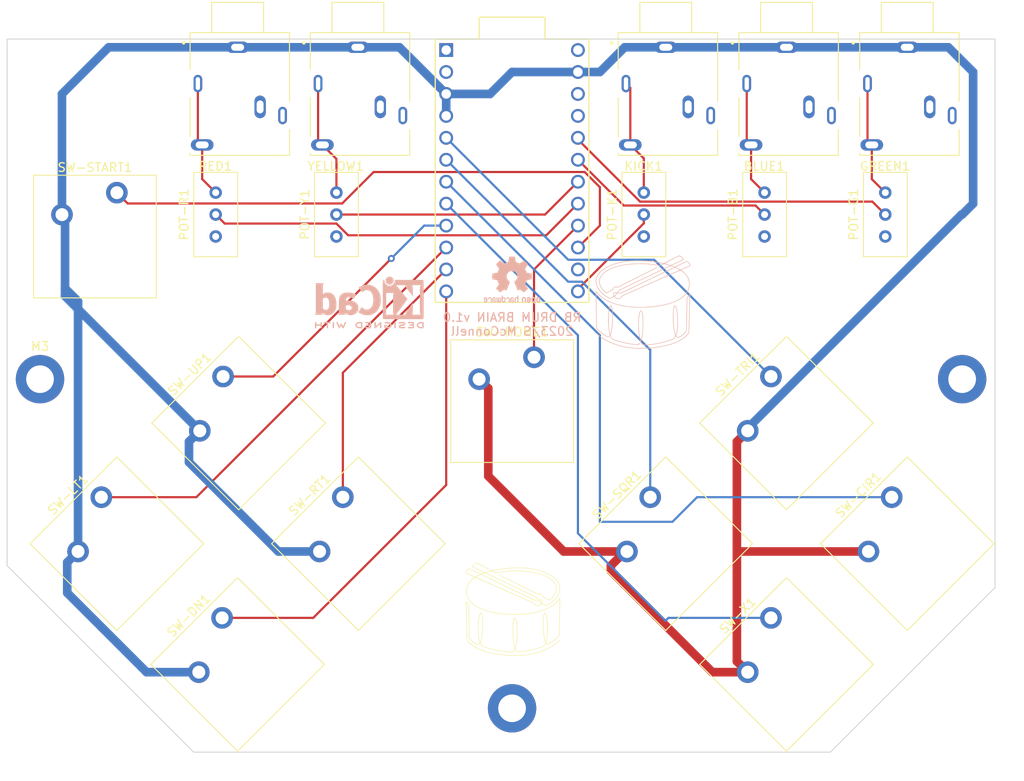
<source format=kicad_pcb>
(kicad_pcb (version 20211014) (generator pcbnew)
  (layers (0 "F.Cu" signal) (31 "B.Cu" signal) (34 "B.Paste" user) (35 "F.Paste" user) (36 "B.SilkS" user "B.Silkscreen") (37 "F.SilkS" user "F.Silkscreen") (38 "B.Mask" user) (39 "F.Mask" user) (44 "Edge.Cuts" user))
  (net 0 "")
  (net 1 "Earth")
  (net 2 "Net-(SW-CIR1-Pad2)")
  (net 3 "Net-(SW-DN1-Pad2)")
  (net 4 "Net-(SW-HOME1-Pad2)")
  (net 5 "Net-(SW-LT1-Pad2)")
  (net 6 "Net-(SW-RT1-Pad2)")
  (net 7 "Net-(SW-SQR1-Pad2)")
  (net 8 "Net-(SW-START1-Pad2)")
  (net 9 "Net-(SW-TRI1-Pad2)")
  (net 10 "Net-(SW-UP1-Pad2)")
  (net 11 "Net-(SW-X1-Pad2)")
  (net 19 "Net-(BLUE1-Pad4)")
  (net 22 "Net-(GREEN1-Pad4)")
  (net 25 "Net-(KICK1-Pad4)")
  (net 26 "Net-(POT-B1-Pad2)")
  (net 28 "Net-(POT-G1-Pad2)")
  (net 30 "Net-(POT-K1-Pad2)")
  (net 32 "Net-(RED1-Pad4)")
  (net 33 "Net-(POT-R1-Pad2)")
  (net 35 "Net-(YELLOW1-Pad4)")
  (net 36 "Net-(POT-Y1-Pad2)")
  (footprint "OneDrive Footprints:WENZHOU_PJ324M" (layer "F.Cu") (at 179.07 66.04)
    (fp_text reference "BLUE1" (at -2.575 8.365) (layer "F.SilkS"))
    (fp_text value "PJ324M")
    (pad "1" thru_hole oval locked (at 0 -5.4) (size 2.616 1.308) (drill oval 1.5 0.8) (layers *.Cu *.Mask) (net 1 "Earth"))
    (pad "2" thru_hole oval locked (at 5.2 2.5) (size 1.008 2.016) (drill oval 0.5 1.5) (layers *.Cu *.Mask))
    (pad "3" thru_hole oval locked (at 2.6 1.5) (size 1.308 2.616) (drill oval 0.8 1.5) (layers *.Cu *.Mask))
    (pad "4" thru_hole oval locked (at -4.1 5.9) (size 2.616 1.308) (drill oval 1.5 0.8) (layers *.Cu *.Mask) (net 19 "Net-(BLUE1-Pad4)"))
    (pad "5" thru_hole oval locked (at -4.6 -1.2) (size 1.008 2.016) (drill oval 0.5 1.5) (layers *.Cu *.Mask) (net 19 "Net-(BLUE1-Pad4)"))
  )
  (footprint "Switch_Keyboard_Cherry_MX:SW_Cherry_MX_PCB_1.00u" (layer "F.Cu") (at 101.6 118.11 45)
    (fp_text reference "SW-LT1" (at 0 -8 45) (layer "F.SilkS"))
    (fp_text value "SW_Push")
    (pad "" np_thru_hole circle locked (at -5.08 0 45) (size 1.75 1.75) (drill 1.75) (layers *.Cu *.Mask))
    (pad "" np_thru_hole circle locked (at 5.08 0 45) (size 1.75 1.75) (drill 1.75) (layers *.Cu *.Mask))
    (pad "" np_thru_hole circle locked (at 0 0 45) (size 4 4) (drill 4) (layers *.Cu *.Mask))
    (pad "1" thru_hole circle locked (at -3.81 -2.54 45) (size 2.5 2.5) (drill 1.5) (layers *.Cu *.Mask) (net 1 "Earth"))
    (pad "2" thru_hole circle locked (at 2.54 -5.08 45) (size 2.5 2.5) (drill 1.5) (layers *.Cu *.Mask) (net 5 "Net-(SW-LT1-Pad2)"))
  )
  (footprint "Switch_Keyboard_Cherry_MX:SW_Cherry_MX_PCB_1.00u" (layer "F.Cu") (at 129.54 118.11 45)
    (fp_text reference "SW-RT1" (at 0 -8 45) (layer "F.SilkS"))
    (fp_text value "SW_Push")
    (pad "" np_thru_hole circle locked (at 0 0 45) (size 4 4) (drill 4) (layers *.Cu *.Mask))
    (pad "" np_thru_hole circle locked (at -5.08 0 45) (size 1.75 1.75) (drill 1.75) (layers *.Cu *.Mask))
    (pad "" np_thru_hole circle locked (at 5.08 0 45) (size 1.75 1.75) (drill 1.75) (layers *.Cu *.Mask))
    (pad "1" thru_hole circle locked (at -3.81 -2.54 45) (size 2.5 2.5) (drill 1.5) (layers *.Cu *.Mask) (net 1 "Earth"))
    (pad "2" thru_hole circle locked (at 2.54 -5.08 45) (size 2.5 2.5) (drill 1.5) (layers *.Cu *.Mask) (net 6 "Net-(SW-RT1-Pad2)"))
  )
  (footprint "" (layer "F.Cu") (at 147.32 137.16)
    (fp_text reference "" (at 0 0) (layer "F.SilkS") (effects (font (size 1.27 1.27))))
    (fp_text value "" (at 0 0) (layer "F.SilkS") (effects (font (size 1.27 1.27))))
    (pad "1" thru_hole circle (at 0 0) (size 5.6 5.6) (drill 3.2) (layers *.Cu *.Mask))
  )
  (footprint "Switch_Keyboard_Cherry_MX:SW_Cherry_MX_PCB_1.00u" (layer "F.Cu") (at 165.1 118.11 45)
    (fp_text reference "SW-SQR1" (at 0 -8 45) (layer "F.SilkS"))
    (fp_text value "SW_Push")
    (pad "" np_thru_hole circle locked (at 0 0 45) (size 4 4) (drill 4) (layers *.Cu *.Mask))
    (pad "" np_thru_hole circle locked (at 5.08 0 45) (size 1.75 1.75) (drill 1.75) (layers *.Cu *.Mask))
    (pad "" np_thru_hole circle locked (at -5.08 0 45) (size 1.75 1.75) (drill 1.75) (layers *.Cu *.Mask))
    (pad "1" thru_hole circle locked (at -3.81 -2.54 45) (size 2.5 2.5) (drill 1.5) (layers *.Cu *.Mask) (net 1 "Earth"))
    (pad "2" thru_hole circle locked (at 2.54 -5.08 45) (size 2.5 2.5) (drill 1.5) (layers *.Cu *.Mask) (net 7 "Net-(SW-SQR1-Pad2)"))
  )
  (footprint "Switch_Keyboard_Cherry_MX:SW_Cherry_MX_PCB_1.00u" (layer "F.Cu") (at 179.07 132.08 45)
    (fp_text reference "SW-X1" (at 0 -8 45) (layer "F.SilkS"))
    (fp_text value "SW_Push")
    (pad "" np_thru_hole circle locked (at 0 0 45) (size 4 4) (drill 4) (layers *.Cu *.Mask))
    (pad "" np_thru_hole circle locked (at 5.08 0 45) (size 1.75 1.75) (drill 1.75) (layers *.Cu *.Mask))
    (pad "" np_thru_hole circle locked (at -5.08 0 45) (size 1.75 1.75) (drill 1.75) (layers *.Cu *.Mask))
    (pad "1" thru_hole circle locked (at -3.81 -2.54 45) (size 2.5 2.5) (drill 1.5) (layers *.Cu *.Mask) (net 1 "Earth"))
    (pad "2" thru_hole circle locked (at 2.54 -5.08 45) (size 2.5 2.5) (drill 1.5) (layers *.Cu *.Mask) (net 11 "Net-(SW-X1-Pad2)"))
  )
  (footprint "Switch_Keyboard_Cherry_MX:SW_Cherry_MX_PCB_1.00u" (layer "F.Cu") (at 99.06 82.55)
    (fp_text reference "SW-START1" (at 0 -8) (layer "F.SilkS"))
    (fp_text value "SW_Push")
    (pad "" np_thru_hole circle locked (at -5.08 0) (size 1.75 1.75) (drill 1.75) (layers *.Cu *.Mask))
    (pad "" np_thru_hole circle locked (at 0 0) (size 4 4) (drill 4) (layers *.Cu *.Mask))
    (pad "" np_thru_hole circle locked (at 5.08 0) (size 1.75 1.75) (drill 1.75) (layers *.Cu *.Mask))
    (pad "1" thru_hole circle locked (at -3.81 -2.54) (size 2.5 2.5) (drill 1.5) (layers *.Cu *.Mask) (net 1 "Earth"))
    (pad "2" thru_hole circle locked (at 2.54 -5.08) (size 2.5 2.5) (drill 1.5) (layers *.Cu *.Mask) (net 8 "Net-(SW-START1-Pad2)"))
  )
  (footprint "OneDrive Footprints:WENZHOU_PJ324M" (layer "F.Cu") (at 165.1 66.04)
    (fp_text reference "KICK1" (at -2.575 8.365) (layer "F.SilkS"))
    (fp_text value "PJ324M")
    (pad "1" thru_hole oval locked (at 0 -5.4) (size 2.616 1.308) (drill oval 1.5 0.8) (layers *.Cu *.Mask) (net 1 "Earth"))
    (pad "2" thru_hole oval locked (at 5.2 2.5) (size 1.008 2.016) (drill oval 0.5 1.5) (layers *.Cu *.Mask))
    (pad "3" thru_hole oval locked (at 2.6 1.5) (size 1.308 2.616) (drill oval 0.8 1.5) (layers *.Cu *.Mask))
    (pad "4" thru_hole oval locked (at -4.1 5.9) (size 2.616 1.308) (drill oval 1.5 0.8) (layers *.Cu *.Mask) (net 25 "Net-(KICK1-Pad4)"))
    (pad "5" thru_hole oval locked (at -4.6 -1.2) (size 1.008 2.016) (drill oval 0.5 1.5) (layers *.Cu *.Mask) (net 25 "Net-(KICK1-Pad4)"))
  )
  (footprint "OneDrive Footprints:WENZHOU_PJ324M" (layer "F.Cu") (at 193.04 66.04)
    (fp_text reference "GREEN1" (at -2.575 8.365) (layer "F.SilkS"))
    (fp_text value "PJ324M")
    (pad "1" thru_hole oval locked (at 0 -5.4) (size 2.616 1.308) (drill oval 1.5 0.8) (layers *.Cu *.Mask) (net 1 "Earth"))
    (pad "2" thru_hole oval locked (at 5.2 2.5) (size 1.008 2.016) (drill oval 0.5 1.5) (layers *.Cu *.Mask))
    (pad "3" thru_hole oval locked (at 2.6 1.5) (size 1.308 2.616) (drill oval 0.8 1.5) (layers *.Cu *.Mask))
    (pad "4" thru_hole oval locked (at -4.1 5.9) (size 2.616 1.308) (drill oval 1.5 0.8) (layers *.Cu *.Mask) (net 22 "Net-(GREEN1-Pad4)"))
    (pad "5" thru_hole oval locked (at -4.6 -1.2) (size 1.008 2.016) (drill oval 0.5 1.5) (layers *.Cu *.Mask) (net 22 "Net-(GREEN1-Pad4)"))
  )
  (footprint "MountingHole:MountingHole_3.2mm_M3_DIN965_Pad" (layer "F.Cu") (at 92.71 99.06)
    (fp_text reference "M3" (at 0 -3.8) (layer "F.SilkS"))
    (fp_text value "MountingHole_3.2mm_M3_DIN965_Pad" hide)
    (pad "1" thru_hole circle (at 0 0) (size 5.6 5.6) (drill 3.2) (layers *.Cu *.Mask))
  )
  (footprint "Switch_Keyboard_Cherry_MX:SW_Cherry_MX_PCB_1.00u" (layer "F.Cu") (at 115.685 104.14 45)
    (fp_text reference "SW-UP1" (at 0 -8 45) (layer "F.SilkS"))
    (fp_text value "SW_Push")
    (pad "" np_thru_hole circle locked (at -5.08 0 45) (size 1.75 1.75) (drill 1.75) (layers *.Cu *.Mask))
    (pad "" np_thru_hole circle locked (at 5.08 0 45) (size 1.75 1.75) (drill 1.75) (layers *.Cu *.Mask))
    (pad "" np_thru_hole circle locked (at 0 0 45) (size 4 4) (drill 4) (layers *.Cu *.Mask))
    (pad "1" thru_hole circle locked (at -3.81 -2.54 45) (size 2.5 2.5) (drill 1.5) (layers *.Cu *.Mask) (net 1 "Earth"))
    (pad "2" thru_hole circle locked (at 2.54 -5.08 45) (size 2.5 2.5) (drill 1.5) (layers *.Cu *.Mask) (net 10 "Net-(SW-UP1-Pad2)"))
  )
  (footprint "Switch_Keyboard_Cherry_MX:SW_Cherry_MX_PCB_1.00u" (layer "F.Cu") (at 115.57 132.08 45)
    (fp_text reference "SW-DN1" (at 0 -8 45) (layer "F.SilkS"))
    (fp_text value "SW_Push")
    (pad "" np_thru_hole circle locked (at -5.08 0 45) (size 1.75 1.75) (drill 1.75) (layers *.Cu *.Mask))
    (pad "" np_thru_hole circle locked (at 0 0 45) (size 4 4) (drill 4) (layers *.Cu *.Mask))
    (pad "" np_thru_hole circle locked (at 5.08 0 45) (size 1.75 1.75) (drill 1.75) (layers *.Cu *.Mask))
    (pad "1" thru_hole circle locked (at -3.81 -2.54 45) (size 2.5 2.5) (drill 1.5) (layers *.Cu *.Mask) (net 1 "Earth"))
    (pad "2" thru_hole circle locked (at 2.54 -5.08 45) (size 2.5 2.5) (drill 1.5) (layers *.Cu *.Mask) (net 3 "Net-(SW-DN1-Pad2)"))
  )
  (footprint "Potentiometer_THT:Potentiometer_Bourns_3296W_Vertical" (layer "F.Cu") (at 176.53 77.46 90)
    (fp_text reference "POT-B1" (at -2.54 -3.66 90) (layer "F.SilkS"))
    (fp_text value "R_Potentiometer_Trim_US")
    (pad "1" thru_hole circle (at 0 0 90) (size 1.44 1.44) (drill 0.8) (layers *.Cu *.Mask) (net 19 "Net-(BLUE1-Pad4)"))
    (pad "2" thru_hole circle (at -2.54 0 90) (size 1.44 1.44) (drill 0.8) (layers *.Cu *.Mask) (net 26 "Net-(POT-B1-Pad2)"))
    (pad "3" thru_hole circle (at -5.08 0 90) (size 1.44 1.44) (drill 0.8) (layers *.Cu *.Mask))
  )
  (footprint "Switch_Keyboard_Cherry_MX:SW_Cherry_MX_PCB_1.00u" (layer "F.Cu") (at 147.32 101.6)
    (fp_text reference "SW-HOME1" (at 0 -8) (layer "F.SilkS"))
    (fp_text value "SW_Push")
    (pad "" np_thru_hole circle locked (at 0 0) (size 4 4) (drill 4) (layers *.Cu *.Mask))
    (pad "" np_thru_hole circle locked (at -5.08 0) (size 1.75 1.75) (drill 1.75) (layers *.Cu *.Mask))
    (pad "" np_thru_hole circle locked (at 5.08 0) (size 1.75 1.75) (drill 1.75) (layers *.Cu *.Mask))
    (pad "1" thru_hole circle locked (at -3.81 -2.54) (size 2.5 2.5) (drill 1.5) (layers *.Cu *.Mask) (net 1 "Earth"))
    (pad "2" thru_hole circle locked (at 2.54 -5.08) (size 2.5 2.5) (drill 1.5) (layers *.Cu *.Mask) (net 4 "Net-(SW-HOME1-Pad2)"))
  )
  (footprint "Switch_Keyboard_Cherry_MX:SW_Cherry_MX_PCB_1.00u" (layer "F.Cu") (at 179.07 104.14 45)
    (fp_text reference "SW-TRI1" (at 0 -8 45) (layer "F.SilkS"))
    (fp_text value "SW_Push")
    (pad "" np_thru_hole circle locked (at 5.08 0 45) (size 1.75 1.75) (drill 1.75) (layers *.Cu *.Mask))
    (pad "" np_thru_hole circle locked (at 0 0 45) (size 4 4) (drill 4) (layers *.Cu *.Mask))
    (pad "" np_thru_hole circle locked (at -5.08 0 45) (size 1.75 1.75) (drill 1.75) (layers *.Cu *.Mask))
    (pad "1" thru_hole circle locked (at -3.81 -2.54 45) (size 2.5 2.5) (drill 1.5) (layers *.Cu *.Mask) (net 1 "Earth"))
    (pad "2" thru_hole circle locked (at 2.54 -5.08 45) (size 2.5 2.5) (drill 1.5) (layers *.Cu *.Mask) (net 9 "Net-(SW-TRI1-Pad2)"))
  )
  (footprint "Potentiometer_THT:Potentiometer_Bourns_3296W_Vertical" (layer "F.Cu") (at 190.5 77.46 90)
    (fp_text reference "POT-G1" (at -2.54 -3.66 90) (layer "F.SilkS"))
    (fp_text value "R_Potentiometer_Trim_US" hide)
    (pad "1" thru_hole circle (at 0 0 90) (size 1.44 1.44) (drill 0.8) (layers *.Cu *.Mask) (net 22 "Net-(GREEN1-Pad4)"))
    (pad "2" thru_hole circle (at -2.54 0 90) (size 1.44 1.44) (drill 0.8) (layers *.Cu *.Mask) (net 28 "Net-(POT-G1-Pad2)"))
    (pad "3" thru_hole circle (at -5.08 0 90) (size 1.44 1.44) (drill 0.8) (layers *.Cu *.Mask))
  )
  (footprint "Potentiometer_THT:Potentiometer_Bourns_3296W_Vertical" (layer "F.Cu") (at 162.56 77.46 90)
    (fp_text reference "POT-K1" (at -2.54 -3.66 90) (layer "F.SilkS"))
    (fp_text value "R_Potentiometer_Trim_US" hide)
    (pad "1" thru_hole circle (at 0 0 90) (size 1.44 1.44) (drill 0.8) (layers *.Cu *.Mask) (net 25 "Net-(KICK1-Pad4)"))
    (pad "2" thru_hole circle (at -2.54 0 90) (size 1.44 1.44) (drill 0.8) (layers *.Cu *.Mask) (net 30 "Net-(POT-K1-Pad2)"))
    (pad "3" thru_hole circle (at -5.08 0 90) (size 1.44 1.44) (drill 0.8) (layers *.Cu *.Mask))
  )
  (footprint "Potentiometer_THT:Potentiometer_Bourns_3296W_Vertical" (layer "F.Cu") (at 127 77.46 90)
    (fp_text reference "POT-Y1" (at -2.54 -3.66 90) (layer "F.SilkS"))
    (fp_text value "R_Potentiometer_Trim_US" hide)
    (pad "1" thru_hole circle (at 0 0 90) (size 1.44 1.44) (drill 0.8) (layers *.Cu *.Mask) (net 35 "Net-(YELLOW1-Pad4)"))
    (pad "2" thru_hole circle (at -2.54 0 90) (size 1.44 1.44) (drill 0.8) (layers *.Cu *.Mask) (net 36 "Net-(POT-Y1-Pad2)"))
    (pad "3" thru_hole circle (at -5.08 0 90) (size 1.44 1.44) (drill 0.8) (layers *.Cu *.Mask))
  )
  (footprint "" (layer "F.Cu") (at 199.39 99.06)
    (fp_text reference "" (at 0 0) (layer "F.SilkS") (effects (font (size 1.27 1.27))))
    (fp_text value "" (at 0 0) (layer "F.SilkS") (effects (font (size 1.27 1.27))))
    (pad "1" thru_hole circle (at 0 0) (size 5.6 5.6) (drill 3.2) (layers *.Cu *.Mask))
  )
  (footprint "Potentiometer_THT:Potentiometer_Bourns_3296W_Vertical" (layer "F.Cu") (at 113.03 77.46 90)
    (fp_text reference "POT-R1" (at -2.54 -3.66 90) (layer "F.SilkS"))
    (fp_text value "R_Potentiometer_Trim_US" hide)
    (pad "1" thru_hole circle (at 0 0 90) (size 1.44 1.44) (drill 0.8) (layers *.Cu *.Mask) (net 32 "Net-(RED1-Pad4)"))
    (pad "2" thru_hole circle (at -2.54 0 90) (size 1.44 1.44) (drill 0.8) (layers *.Cu *.Mask) (net 33 "Net-(POT-R1-Pad2)"))
    (pad "3" thru_hole circle (at -5.08 0 90) (size 1.44 1.44) (drill 0.8) (layers *.Cu *.Mask))
  )
  (footprint "OneDrive Footprints:gfx_drum" (layer "F.Cu") (at 147.32 125.73)
    (fp_text reference "G***" hide)
    (fp_text value "LOGO" hide)
  )
  (footprint "OneDrive Footprints:WENZHOU_PJ324M" (layer "F.Cu") (at 129.48 66.04)
    (fp_text reference "YELLOW1" (at -2.575 8.365) (layer "F.SilkS"))
    (fp_text value "PJ324M")
    (pad "1" thru_hole oval locked (at 0 -5.4) (size 2.616 1.308) (drill oval 1.5 0.8) (layers *.Cu *.Mask) (net 1 "Earth"))
    (pad "2" thru_hole oval locked (at 5.2 2.5) (size 1.008 2.016) (drill oval 0.5 1.5) (layers *.Cu *.Mask))
    (pad "3" thru_hole oval locked (at 2.6 1.5) (size 1.308 2.616) (drill oval 0.8 1.5) (layers *.Cu *.Mask))
    (pad "4" thru_hole oval locked (at -4.1 5.9) (size 2.616 1.308) (drill oval 1.5 0.8) (layers *.Cu *.Mask) (net 35 "Net-(YELLOW1-Pad4)"))
    (pad "5" thru_hole oval locked (at -4.6 -1.2) (size 1.008 2.016) (drill oval 0.5 1.5) (layers *.Cu *.Mask) (net 35 "Net-(YELLOW1-Pad4)"))
  )
  (footprint "OneDrive Footprints:ProMicro-EnforcedTop" (layer "F.Cu") (at 147.32 74.93 -90)
    (fp_text reference "U1" hide)
    (fp_text value "ProMicro")
    (pad "1" thru_hole rect locked (at -13.97 7.62 270) (size 1.6 1.6) (drill 1.1) (layers *.Cu "B.Mask"))
    (pad "2" thru_hole circle locked (at -11.43 7.62 270) (size 1.6 1.6) (drill 1.1) (layers *.Cu "B.Mask"))
    (pad "3" thru_hole circle locked (at -8.89 7.62 270) (size 1.6 1.6) (drill 1.1) (layers *.Cu "B.Mask") (net 1 "Earth"))
    (pad "4" thru_hole circle locked (at -6.35 7.62 270) (size 1.6 1.6) (drill 1.1) (layers *.Cu "B.Mask") (net 1 "Earth"))
    (pad "5" thru_hole circle locked (at -3.81 7.62 270) (size 1.6 1.6) (drill 1.1) (layers *.Cu "B.Mask") (net 9 "Net-(SW-TRI1-Pad2)"))
    (pad "6" thru_hole circle locked (at -1.27 7.62 270) (size 1.6 1.6) (drill 1.1) (layers *.Cu "B.Mask") (net 7 "Net-(SW-SQR1-Pad2)"))
    (pad "7" thru_hole circle locked (at 1.27 7.62 270) (size 1.6 1.6) (drill 1.1) (layers *.Cu "B.Mask") (net 2 "Net-(SW-CIR1-Pad2)"))
    (pad "8" thru_hole circle locked (at 3.81 7.62 270) (size 1.6 1.6) (drill 1.1) (layers *.Cu "B.Mask") (net 11 "Net-(SW-X1-Pad2)"))
    (pad "9" thru_hole circle locked (at 6.35 7.62 270) (size 1.6 1.6) (drill 1.1) (layers *.Cu "B.Mask") (net 10 "Net-(SW-UP1-Pad2)"))
    (pad "10" thru_hole circle locked (at 8.89 7.62 270) (size 1.6 1.6) (drill 1.1) (layers *.Cu "B.Mask") (net 5 "Net-(SW-LT1-Pad2)"))
    (pad "11" thru_hole circle locked (at 11.43 7.62 270) (size 1.6 1.6) (drill 1.1) (layers *.Cu "B.Mask") (net 6 "Net-(SW-RT1-Pad2)"))
    (pad "12" thru_hole circle locked (at 13.97 7.62 270) (size 1.6 1.6) (drill 1.1) (layers *.Cu "B.Mask") (net 3 "Net-(SW-DN1-Pad2)"))
    (pad "13" thru_hole circle locked (at 13.97 -7.62 270) (size 1.6 1.6) (drill 1.1) (layers *.Cu "B.Mask") (net 30 "Net-(POT-K1-Pad2)"))
    (pad "14" thru_hole circle locked (at 11.43 -7.62 270) (size 1.6 1.6) (drill 1.1) (layers *.Cu "B.Mask"))
    (pad "15" thru_hole circle locked (at 8.89 -7.62 270) (size 1.6 1.6) (drill 1.1) (layers *.Cu "B.Mask") (net 8 "Net-(SW-START1-Pad2)"))
    (pad "16" thru_hole circle locked (at 6.35 -7.62 270) (size 1.6 1.6) (drill 1.1) (layers *.Cu "B.Mask") (net 4 "Net-(SW-HOME1-Pad2)"))
    (pad "17" thru_hole circle locked (at 3.81 -7.62 270) (size 1.6 1.6) (drill 1.1) (layers *.Cu "B.Mask") (net 33 "Net-(POT-R1-Pad2)"))
    (pad "18" thru_hole circle locked (at 1.27 -7.62 270) (size 1.6 1.6) (drill 1.1) (layers *.Cu "B.Mask") (net 36 "Net-(POT-Y1-Pad2)"))
    (pad "19" thru_hole circle locked (at -1.27 -7.62 270) (size 1.6 1.6) (drill 1.1) (layers *.Cu "B.Mask") (net 26 "Net-(POT-B1-Pad2)"))
    (pad "20" thru_hole circle locked (at -3.81 -7.62 270) (size 1.6 1.6) (drill 1.1) (layers *.Cu "B.Mask") (net 28 "Net-(POT-G1-Pad2)"))
    (pad "21" thru_hole circle locked (at -6.35 -7.62 270) (size 1.6 1.6) (drill 1.1) (layers *.Cu "B.Mask"))
    (pad "22" thru_hole circle locked (at -8.89 -7.62 270) (size 1.6 1.6) (drill 1.1) (layers *.Cu "B.Mask"))
    (pad "23" thru_hole circle locked (at -11.43 -7.62 270) (size 1.6 1.6) (drill 1.1) (layers *.Cu "B.Mask") (net 1 "Earth"))
    (pad "24" thru_hole circle locked (at -13.97 -7.62 270) (size 1.6 1.6) (drill 1.1) (layers *.Cu "B.Mask"))
  )
  (footprint "OneDrive Footprints:WENZHOU_PJ324M" (layer "F.Cu") (at 115.57 66.04)
    (fp_text reference "RED1" (at -2.575 8.365) (layer "F.SilkS"))
    (fp_text value "PJ324M")
    (pad "1" thru_hole oval locked (at 0 -5.4) (size 2.616 1.308) (drill oval 1.5 0.8) (layers *.Cu *.Mask) (net 1 "Earth"))
    (pad "2" thru_hole oval locked (at 5.2 2.5) (size 1.008 2.016) (drill oval 0.5 1.5) (layers *.Cu *.Mask))
    (pad "3" thru_hole oval locked (at 2.6 1.5) (size 1.308 2.616) (drill oval 0.8 1.5) (layers *.Cu *.Mask))
    (pad "4" thru_hole oval locked (at -4.1 5.9) (size 2.616 1.308) (drill oval 1.5 0.8) (layers *.Cu *.Mask) (net 32 "Net-(RED1-Pad4)"))
    (pad "5" thru_hole oval locked (at -4.6 -1.2) (size 1.008 2.016) (drill oval 0.5 1.5) (layers *.Cu *.Mask) (net 32 "Net-(RED1-Pad4)"))
  )
  (footprint "Switch_Keyboard_Cherry_MX:SW_Cherry_MX_PCB_1.00u" (layer "F.Cu") (at 193.04 118.11 45)
    (fp_text reference "SW-CIR1" (at 0 -8 45) (layer "F.SilkS"))
    (fp_text value "SW_Push")
    (pad "" np_thru_hole circle locked (at 5.08 0 45) (size 1.75 1.75) (drill 1.75) (layers *.Cu *.Mask))
    (pad "" np_thru_hole circle locked (at -5.08 0 45) (size 1.75 1.75) (drill 1.75) (layers *.Cu *.Mask))
    (pad "" np_thru_hole circle locked (at 0 0 45) (size 4 4) (drill 4) (layers *.Cu *.Mask))
    (pad "1" thru_hole circle locked (at -3.81 -2.54 45) (size 2.5 2.5) (drill 1.5) (layers *.Cu *.Mask) (net 1 "Earth"))
    (pad "2" thru_hole circle locked (at 2.54 -5.08 45) (size 2.5 2.5) (drill 1.5) (layers *.Cu *.Mask) (net 2 "Net-(SW-CIR1-Pad2)"))
  )
  (footprint "Symbol:KiCad-Logo2_5mm_SilkScreen" (layer "B.Cu") (at 130.81 90.17 180)
    (fp_text reference "REF**" hide)
    (fp_text value "KiCad-Logo2_5mm_SilkScreen" hide)
  )
  (footprint "OneDrive Footprints:gfx_drum" (layer "B.Cu") (at 162.56 90.17 180)
    (fp_text reference "G***" hide)
    (fp_text value "LOGO" hide)
  )
  (footprint "Symbol:OSHW-Logo2_7.3x6mm_SilkScreen" (layer "B.Cu") (at 147.32 87.63 180)
    (fp_text reference "REF**" hide)
    (fp_text value "OSHW-Logo2_7.3x6mm_SilkScreen" hide)
  )
  (gr_poly (pts (xy 203.2 123.19) (xy 184.15 142.24) (xy 110.49 142.24) (xy 88.9 120.65) (xy 88.9 59.69) (xy 203.2 59.69)) (layer "Edge.Cuts") (width 0.1) (fill none))
  (gr_text "RB DRUM BRAIN v1.0\n2023/S McConnell" (at 147.32 92.71) (layer "B.SilkS") (effects (font (size 1 1)) (justify mirror)))
  (segment (start 174.579872 132.978026) (end 170.486401 132.978026) (width 1) (layer "F.Cu") (net 1))
  (segment (start 173.329873 131.728027) (end 174.579872 132.978026) (width 1) (layer "F.Cu") (net 1))
  (segment (start 158.75 120.65) (end 160.02 119.38) (width 1) (layer "F.Cu") (net 1))
  (segment (start 174.579872 105.038026) (end 173.329873 106.288025) (width 1) (layer "F.Cu") (net 1))
  (segment (start 170.486401 132.978026) (end 158.75 121.241625) (width 1) (layer "F.Cu") (net 1))
  (segment (start 144.570479 100.120479) (end 143.51 99.06) (width 1) (layer "F.Cu") (net 1))
  (segment (start 143.489521 99.080479) (end 143.51 99.06) (width 0.25) (layer "F.Cu") (net 1))
  (segment (start 173.329873 106.288025) (end 173.329873 118.719873) (width 1) (layer "F.Cu") (net 1))
  (segment (start 158.75 121.241625) (end 158.75 120.65) (width 1) (layer "F.Cu") (net 1))
  (segment (start 173.618026 119.008026) (end 188.549872 119.008026) (width 1) (layer "F.Cu") (net 1))
  (segment (start 173.329873 118.719873) (end 173.618026 119.008026) (width 1) (layer "F.Cu") (net 1))
  (segment (start 173.329873 118.719873) (end 173.329873 131.728027) (width 1) (layer "F.Cu") (net 1))
  (segment (start 144.570479 110.280479) (end 144.570479 100.120479) (width 1) (layer "F.Cu") (net 1))
  (segment (start 160.609872 119.008026) (end 153.298026 119.008026) (width 1) (layer "F.Cu") (net 1))
  (segment (start 153.298026 119.008026) (end 144.570479 110.280479) (width 1) (layer "F.Cu") (net 1))
  (segment (start 139.7 66.04) (end 139.7 68.58) (width 1) (layer "B.Cu") (net 1))
  (segment (start 115.57 60.64) (end 100.65 60.64) (width 1) (layer "B.Cu") (net 1))
  (segment (start 200.66 63.5) (end 200.66 78.74) (width 1) (layer "B.Cu") (net 1))
  (segment (start 125.049872 118.893026) (end 125.049872 119.008026) (width 0.25) (layer "B.Cu") (net 1))
  (segment (start 95.604521 88.545479) (end 97.109872 90.05083) (width 1) (layer "B.Cu") (net 1))
  (segment (start 139.7 66.04) (end 144.78 66.04) (width 1) (layer "B.Cu") (net 1))
  (segment (start 154.94 63.5) (end 157.48 63.5) (width 1) (layer "B.Cu") (net 1))
  (segment (start 95.604521 80.364521) (end 95.604521 88.545479) (width 1) (layer "B.Cu") (net 1))
  (segment (start 199.39 80.01) (end 199.311589 80.01) (width 1) (layer "B.Cu") (net 1))
  (segment (start 100.65 60.64) (end 95.25 66.04) (width 1) (layer "B.Cu") (net 1))
  (segment (start 174.579872 104.741717) (end 174.579872 105.038026) (width 1) (layer "B.Cu") (net 1))
  (segment (start 95.859873 123.799873) (end 105.038026 132.978026) (width 1) (layer "B.Cu") (net 1))
  (segment (start 199.311589 80.01) (end 174.579872 104.741717) (width 1) (layer "B.Cu") (net 1))
  (segment (start 95.604521 88.545479) (end 95.604521 89.447675) (width 1) (layer "B.Cu") (net 1))
  (segment (start 120.278026 119.008026) (end 125.049872 119.008026) (width 1) (layer "B.Cu") (net 1))
  (segment (start 95.25 66.04) (end 95.25 80.01) (width 1) (layer "B.Cu") (net 1))
  (segment (start 105.038026 132.978026) (end 111.079872 132.978026) (width 1) (layer "B.Cu") (net 1))
  (segment (start 109.944873 106.288025) (end 109.944873 108.674873) (width 1) (layer "B.Cu") (net 1))
  (segment (start 95.859873 120.258025) (end 95.859873 123.799873) (width 1) (layer "B.Cu") (net 1))
  (segment (start 179.07 60.64) (end 193.04 60.64) (width 1) (layer "B.Cu") (net 1))
  (segment (start 97.109872 90.05083) (end 97.109872 119.008026) (width 1) (layer "B.Cu") (net 1))
  (segment (start 197.8 60.64) (end 200.66 63.5) (width 1) (layer "B.Cu") (net 1))
  (segment (start 139.7 66.04) (end 134.3 60.64) (width 1) (layer "B.Cu") (net 1))
  (segment (start 95.25 80.01) (end 95.604521 80.364521) (width 1) (layer "B.Cu") (net 1))
  (segment (start 160.34 60.64) (end 165.1 60.64) (width 1) (layer "B.Cu") (net 1))
  (segment (start 193.04 60.64) (end 197.8 60.64) (width 1) (layer "B.Cu") (net 1))
  (segment (start 144.78 66.04) (end 147.32 63.5) (width 1) (layer "B.Cu") (net 1))
  (segment (start 200.66 78.74) (end 199.39 80.01) (width 1) (layer "B.Cu") (net 1))
  (segment (start 111.194872 105.038026) (end 109.944873 106.288025) (width 1) (layer "B.Cu") (net 1))
  (segment (start 95.604521 89.447675) (end 111.194872 105.038026) (width 1) (layer "B.Cu") (net 1))
  (segment (start 97.109872 119.008026) (end 95.859873 120.258025) (width 1) (layer "B.Cu") (net 1))
  (segment (start 165.1 60.64) (end 179.07 60.64) (width 1) (layer "B.Cu") (net 1))
  (segment (start 147.32 63.5) (end 154.94 63.5) (width 1) (layer "B.Cu") (net 1))
  (segment (start 129.48 60.64) (end 115.57 60.64) (width 1) (layer "B.Cu") (net 1))
  (segment (start 134.3 60.64) (end 129.48 60.64) (width 1) (layer "B.Cu") (net 1))
  (segment (start 157.48 63.5) (end 160.34 60.64) (width 1) (layer "B.Cu") (net 1))
  (segment (start 109.944873 108.674873) (end 120.278026 119.008026) (width 1) (layer "B.Cu") (net 1))
  (segment (start 139.7 76.2) (end 157.48 93.98) (width 0.25) (layer "B.Cu") (net 2))
  (segment (start 157.48 115.57) (end 165.872909 115.57) (width 0.25) (layer "B.Cu") (net 2))
  (segment (start 168.721063 112.721846) (end 191.243949 112.721846) (width 0.25) (layer "B.Cu") (net 2))
  (segment (start 157.48 93.98) (end 157.48 115.57) (width 0.25) (layer "B.Cu") (net 2))
  (segment (start 165.872909 115.57) (end 168.721063 112.721846) (width 0.25) (layer "B.Cu") (net 2))
  (segment (start 113.773949 126.691846) (end 124.316235 126.691846) (width 0.25) (layer "F.Cu") (net 3))
  (segment (start 124.316235 126.691846) (end 139.7 111.308081) (width 0.25) (layer "F.Cu") (net 3))
  (segment (start 139.7 111.308081) (end 139.7 88.9) (width 0.25) (layer "F.Cu") (net 3))
  (segment (start 149.86 86.36) (end 154.94 81.28) (width 0.25) (layer "F.Cu") (net 4))
  (segment (start 149.86 96.52) (end 149.86 86.36) (width 0.25) (layer "F.Cu") (net 4))
  (segment (start 99.803949 112.721846) (end 110.798154 112.721846) (width 0.25) (layer "F.Cu") (net 5))
  (segment (start 110.798154 112.721846) (end 139.7 83.82) (width 0.25) (layer "F.Cu") (net 5))
  (segment (start 127.743949 98.316051) (end 139.7 86.36) (width 0.25) (layer "F.Cu") (net 6))
  (segment (start 127.743949 112.721846) (end 127.743949 98.316051) (width 0.25) (layer "F.Cu") (net 6))
  (segment (start 139.7 73.66) (end 153.815489 87.775489) (width 0.25) (layer "B.Cu") (net 7))
  (segment (start 153.815489 87.775489) (end 155.405789 87.775489) (width 0.25) (layer "B.Cu") (net 7))
  (segment (start 163.303949 95.673649) (end 163.303949 112.721846) (width 0.25) (layer "B.Cu") (net 7))
  (segment (start 155.405789 87.775489) (end 163.303949 95.673649) (width 0.25) (layer "B.Cu") (net 7))
  (segment (start 155.719771 75.075489) (end 157.48 76.835718) (width 0.25) (layer "F.Cu") (net 8))
  (segment (start 102.849999 78.719999) (end 127.668142 78.719999) (width 0.25) (layer "F.Cu") (net 8))
  (segment (start 157.48 76.835718) (end 157.48 81.28) (width 0.25) (layer "F.Cu") (net 8))
  (segment (start 157.48 81.28) (end 154.94 83.82) (width 0.25) (layer "F.Cu") (net 8))
  (segment (start 101.6 77.47) (end 102.849999 78.719999) (width 0.25) (layer "F.Cu") (net 8))
  (segment (start 127.668142 78.719999) (end 131.312652 75.075489) (width 0.25) (layer "F.Cu") (net 8))
  (segment (start 131.312652 75.075489) (end 155.719771 75.075489) (width 0.25) (layer "F.Cu") (net 8))
  (segment (start 163.757592 85.235489) (end 177.273949 98.751846) (width 0.25) (layer "B.Cu") (net 9))
  (segment (start 139.7 71.12) (end 153.815489 85.235489) (width 0.25) (layer "B.Cu") (net 9))
  (segment (start 153.815489 85.235489) (end 163.757592 85.235489) (width 0.25) (layer "B.Cu") (net 9))
  (segment (start 113.888949 98.751846) (end 119.688154 98.751846) (width 0.25) (layer "F.Cu") (net 10))
  (segment (start 119.688154 98.751846) (end 133.35 85.09) (width 0.25) (layer "F.Cu") (net 10))
  (via (at 133.35 85.09) (size 0.8) (drill 0.4) (layers "F.Cu" "B.Cu") (net 10))
  (segment (start 133.35 85.09) (end 137.16 81.28) (width 0.25) (layer "B.Cu") (net 10))
  (segment (start 137.16 81.28) (end 139.7 81.28) (width 0.25) (layer "B.Cu") (net 10))
  (segment (start 154.94 116.901295) (end 165.038705 127) (width 0.25) (layer "B.Cu") (net 11))
  (segment (start 165.038705 127) (end 165.1 127) (width 0.25) (layer "B.Cu") (net 11))
  (segment (start 165.1 127) (end 165.408154 126.691846) (width 0.25) (layer "B.Cu") (net 11))
  (segment (start 165.408154 126.691846) (end 177.273949 126.691846) (width 0.25) (layer "B.Cu") (net 11))
  (segment (start 139.7 78.74) (end 154.94 93.98) (width 0.25) (layer "B.Cu") (net 11))
  (segment (start 154.94 93.98) (end 154.94 116.901295) (width 0.25) (layer "B.Cu") (net 11))
  (segment (start 174.97 71.94) (end 174.97 75.9) (width 0.25) (layer "F.Cu") (net 19))
  (segment (start 174.97 75.9) (end 176.53 77.46) (width 0.25) (layer "F.Cu") (net 19))
  (segment (start 174.47 71.44) (end 174.97 71.94) (width 0.25) (layer "F.Cu") (net 19))
  (segment (start 174.47 64.84) (end 174.47 71.44) (width 0.25) (layer "F.Cu") (net 19))
  (segment (start 188.94 75.9) (end 190.5 77.46) (width 0.25) (layer "F.Cu") (net 22))
  (segment (start 188.94 71.94) (end 188.94 75.9) (width 0.25) (layer "F.Cu") (net 22))
  (segment (start 188.44 64.84) (end 188.44 71.44) (width 0.25) (layer "F.Cu") (net 22))
  (segment (start 188.44 71.44) (end 188.94 71.94) (width 0.25) (layer "F.Cu") (net 22))
  (segment (start 162.56 77.46) (end 162.56 73.5) (width 0.25) (layer "F.Cu") (net 25))
  (segment (start 161 65.34) (end 160.5 64.84) (width 0.25) (layer "F.Cu") (net 25))
  (segment (start 161 71.94) (end 161 65.34) (width 0.25) (layer "F.Cu") (net 25))
  (segment (start 162.56 73.5) (end 161 71.94) (width 0.25) (layer "F.Cu") (net 25))
  (segment (start 160.235489 78.955489) (end 154.94 73.66) (width 0.25) (layer "F.Cu") (net 26))
  (segment (start 175.485489 78.955489) (end 160.235489 78.955489) (width 0.25) (layer "F.Cu") (net 26))
  (segment (start 176.53 80) (end 175.485489 78.955489) (width 0.25) (layer "F.Cu") (net 26))
  (segment (start 162.127348 78.504511) (end 154.94 71.317163) (width 0.25) (layer "F.Cu") (net 28))
  (segment (start 154.94 71.317163) (end 154.94 71.12) (width 0.25) (layer "F.Cu") (net 28))
  (segment (start 190.5 80) (end 189.004511 78.504511) (width 0.25) (layer "F.Cu") (net 28))
  (segment (start 189.004511 78.504511) (end 162.127348 78.504511) (width 0.25) (layer "F.Cu") (net 28))
  (segment (start 154.94 88.638233) (end 154.94 88.9) (width 0.25) (layer "F.Cu") (net 30))
  (segment (start 162.56 81.018233) (end 154.94 88.638233) (width 0.25) (layer "F.Cu") (net 30))
  (segment (start 162.56 80) (end 162.56 81.018233) (width 0.25) (layer "F.Cu") (net 30))
  (segment (start 111.47 71.94) (end 111.47 75.9) (width 0.25) (layer "F.Cu") (net 32))
  (segment (start 110.97 71.44) (end 111.47 71.94) (width 0.25) (layer "F.Cu") (net 32))
  (segment (start 111.47 75.9) (end 113.03 77.46) (width 0.25) (layer "F.Cu") (net 32))
  (segment (start 110.97 64.84) (end 110.97 71.44) (width 0.25) (layer "F.Cu") (net 32))
  (segment (start 114.074511 81.044511) (end 113.03 80) (width 0.25) (layer "F.Cu") (net 33))
  (segment (start 127 81.044511) (end 114.074511 81.044511) (width 0.25) (layer "F.Cu") (net 33))
  (segment (start 128.36 82.404511) (end 127 81.044511) (width 0.25) (layer "F.Cu") (net 33))
  (segment (start 154.94 78.74) (end 151.275489 82.404511) (width 0.25) (layer "F.Cu") (net 33))
  (segment (start 151.275489 82.404511) (end 128.36 82.404511) (width 0.25) (layer "F.Cu") (net 33))
  (segment (start 124.88 64.84) (end 124.88 71.44) (width 0.25) (layer "F.Cu") (net 35))
  (segment (start 127 77.46) (end 127 73.56) (width 0.25) (layer "F.Cu") (net 35))
  (segment (start 124.88 71.44) (end 125.38 71.94) (width 0.25) (layer "F.Cu") (net 35))
  (segment (start 127 73.56) (end 125.38 71.94) (width 0.25) (layer "F.Cu") (net 35))
  (segment (start 151.14 80) (end 154.94 76.2) (width 0.25) (layer "F.Cu") (net 36))
  (segment (start 127 80) (end 151.14 80) (width 0.25) (layer "F.Cu") (net 36))
)
</source>
